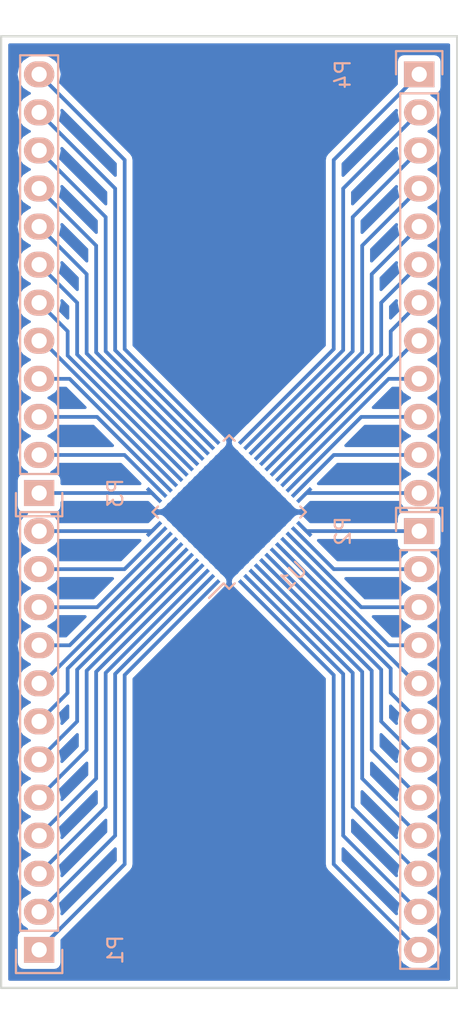
<source format=kicad_pcb>
(kicad_pcb (version 4) (host pcbnew 4.0.3-stable)

  (general
    (links 48)
    (no_connects 0)
    (area 139.624999 76.246666 170.255001 144.733333)
    (thickness 1.6)
    (drawings 4)
    (tracks 124)
    (zones 0)
    (modules 5)
    (nets 49)
  )

  (page A4)
  (layers
    (0 F.Cu signal)
    (31 B.Cu signal)
    (32 B.Adhes user)
    (33 F.Adhes user)
    (34 B.Paste user)
    (35 F.Paste user)
    (36 B.SilkS user)
    (37 F.SilkS user)
    (38 B.Mask user)
    (39 F.Mask user)
    (40 Dwgs.User user)
    (41 Cmts.User user)
    (42 Eco1.User user)
    (43 Eco2.User user)
    (44 Edge.Cuts user)
    (45 Margin user)
    (46 B.CrtYd user)
    (47 F.CrtYd user)
    (48 B.Fab user)
    (49 F.Fab user)
  )

  (setup
    (last_trace_width 0.25)
    (user_trace_width 0.3)
    (trace_clearance 0.2)
    (zone_clearance 0.4)
    (zone_45_only no)
    (trace_min 0.2)
    (segment_width 0.2)
    (edge_width 0.15)
    (via_size 0.6)
    (via_drill 0.4)
    (via_min_size 0.4)
    (via_min_drill 0.3)
    (uvia_size 0.3)
    (uvia_drill 0.1)
    (uvias_allowed no)
    (uvia_min_size 0.2)
    (uvia_min_drill 0.1)
    (pcb_text_width 0.3)
    (pcb_text_size 1.5 1.5)
    (mod_edge_width 0.15)
    (mod_text_size 1 1)
    (mod_text_width 0.15)
    (pad_size 1.524 1.524)
    (pad_drill 0.762)
    (pad_to_mask_clearance 0.2)
    (aux_axis_origin 0 0)
    (visible_elements 7FFFFFFF)
    (pcbplotparams
      (layerselection 0x01000_80000000)
      (usegerberextensions false)
      (excludeedgelayer true)
      (linewidth 0.100000)
      (plotframeref false)
      (viasonmask false)
      (mode 1)
      (useauxorigin false)
      (hpglpennumber 1)
      (hpglpenspeed 20)
      (hpglpendiameter 15)
      (hpglpenoverlay 2)
      (psnegative false)
      (psa4output false)
      (plotreference true)
      (plotvalue true)
      (plotinvisibletext false)
      (padsonsilk false)
      (subtractmaskfromsilk false)
      (outputformat 1)
      (mirror false)
      (drillshape 0)
      (scaleselection 1)
      (outputdirectory ""))
  )

  (net 0 "")
  (net 1 "Net-(P1-Pad1)")
  (net 2 "Net-(P1-Pad2)")
  (net 3 "Net-(P1-Pad3)")
  (net 4 "Net-(P1-Pad4)")
  (net 5 "Net-(P1-Pad5)")
  (net 6 "Net-(P1-Pad6)")
  (net 7 "Net-(P1-Pad7)")
  (net 8 "Net-(P1-Pad8)")
  (net 9 "Net-(P1-Pad9)")
  (net 10 "Net-(P1-Pad10)")
  (net 11 "Net-(P1-Pad11)")
  (net 12 "Net-(P1-Pad12)")
  (net 13 "Net-(P2-Pad1)")
  (net 14 "Net-(P2-Pad2)")
  (net 15 "Net-(P2-Pad3)")
  (net 16 "Net-(P2-Pad4)")
  (net 17 "Net-(P2-Pad5)")
  (net 18 "Net-(P2-Pad6)")
  (net 19 "Net-(P2-Pad7)")
  (net 20 "Net-(P2-Pad8)")
  (net 21 "Net-(P2-Pad9)")
  (net 22 "Net-(P2-Pad10)")
  (net 23 "Net-(P2-Pad11)")
  (net 24 "Net-(P2-Pad12)")
  (net 25 "Net-(P3-Pad1)")
  (net 26 "Net-(P3-Pad2)")
  (net 27 "Net-(P3-Pad3)")
  (net 28 "Net-(P3-Pad4)")
  (net 29 "Net-(P3-Pad5)")
  (net 30 "Net-(P3-Pad6)")
  (net 31 "Net-(P3-Pad7)")
  (net 32 "Net-(P3-Pad8)")
  (net 33 "Net-(P3-Pad9)")
  (net 34 "Net-(P3-Pad10)")
  (net 35 "Net-(P3-Pad11)")
  (net 36 "Net-(P3-Pad12)")
  (net 37 "Net-(P4-Pad1)")
  (net 38 "Net-(P4-Pad2)")
  (net 39 "Net-(P4-Pad3)")
  (net 40 "Net-(P4-Pad4)")
  (net 41 "Net-(P4-Pad5)")
  (net 42 "Net-(P4-Pad6)")
  (net 43 "Net-(P4-Pad7)")
  (net 44 "Net-(P4-Pad8)")
  (net 45 "Net-(P4-Pad9)")
  (net 46 "Net-(P4-Pad10)")
  (net 47 "Net-(P4-Pad11)")
  (net 48 "Net-(P4-Pad12)")

  (net_class Default "これは標準のネット クラスです。"
    (clearance 0.2)
    (trace_width 0.25)
    (via_dia 0.6)
    (via_drill 0.4)
    (uvia_dia 0.3)
    (uvia_drill 0.1)
    (add_net "Net-(P1-Pad1)")
    (add_net "Net-(P1-Pad10)")
    (add_net "Net-(P1-Pad11)")
    (add_net "Net-(P1-Pad12)")
    (add_net "Net-(P1-Pad2)")
    (add_net "Net-(P1-Pad3)")
    (add_net "Net-(P1-Pad4)")
    (add_net "Net-(P1-Pad5)")
    (add_net "Net-(P1-Pad6)")
    (add_net "Net-(P1-Pad7)")
    (add_net "Net-(P1-Pad8)")
    (add_net "Net-(P1-Pad9)")
    (add_net "Net-(P2-Pad1)")
    (add_net "Net-(P2-Pad10)")
    (add_net "Net-(P2-Pad11)")
    (add_net "Net-(P2-Pad12)")
    (add_net "Net-(P2-Pad2)")
    (add_net "Net-(P2-Pad3)")
    (add_net "Net-(P2-Pad4)")
    (add_net "Net-(P2-Pad5)")
    (add_net "Net-(P2-Pad6)")
    (add_net "Net-(P2-Pad7)")
    (add_net "Net-(P2-Pad8)")
    (add_net "Net-(P2-Pad9)")
    (add_net "Net-(P3-Pad1)")
    (add_net "Net-(P3-Pad10)")
    (add_net "Net-(P3-Pad11)")
    (add_net "Net-(P3-Pad12)")
    (add_net "Net-(P3-Pad2)")
    (add_net "Net-(P3-Pad3)")
    (add_net "Net-(P3-Pad4)")
    (add_net "Net-(P3-Pad5)")
    (add_net "Net-(P3-Pad6)")
    (add_net "Net-(P3-Pad7)")
    (add_net "Net-(P3-Pad8)")
    (add_net "Net-(P3-Pad9)")
    (add_net "Net-(P4-Pad1)")
    (add_net "Net-(P4-Pad10)")
    (add_net "Net-(P4-Pad11)")
    (add_net "Net-(P4-Pad12)")
    (add_net "Net-(P4-Pad2)")
    (add_net "Net-(P4-Pad3)")
    (add_net "Net-(P4-Pad4)")
    (add_net "Net-(P4-Pad5)")
    (add_net "Net-(P4-Pad6)")
    (add_net "Net-(P4-Pad7)")
    (add_net "Net-(P4-Pad8)")
    (add_net "Net-(P4-Pad9)")
  )

  (module Socket_Strips:Socket_Strip_Straight_1x12 (layer B.Cu) (tedit 0) (tstamp 575CDDAF)
    (at 142.24 139.7 90)
    (descr "Through hole socket strip")
    (tags "socket strip")
    (path /575C2E06)
    (fp_text reference P1 (at 0 5.1 90) (layer B.SilkS)
      (effects (font (size 1 1) (thickness 0.15)) (justify mirror))
    )
    (fp_text value CONN_01X12 (at 0 3.1 90) (layer B.Fab)
      (effects (font (size 1 1) (thickness 0.15)) (justify mirror))
    )
    (fp_line (start -1.75 1.75) (end -1.75 -1.75) (layer B.CrtYd) (width 0.05))
    (fp_line (start 29.7 1.75) (end 29.7 -1.75) (layer B.CrtYd) (width 0.05))
    (fp_line (start -1.75 1.75) (end 29.7 1.75) (layer B.CrtYd) (width 0.05))
    (fp_line (start -1.75 -1.75) (end 29.7 -1.75) (layer B.CrtYd) (width 0.05))
    (fp_line (start 1.27 -1.27) (end 29.21 -1.27) (layer B.SilkS) (width 0.15))
    (fp_line (start 29.21 -1.27) (end 29.21 1.27) (layer B.SilkS) (width 0.15))
    (fp_line (start 29.21 1.27) (end 1.27 1.27) (layer B.SilkS) (width 0.15))
    (fp_line (start -1.55 -1.55) (end 0 -1.55) (layer B.SilkS) (width 0.15))
    (fp_line (start 1.27 -1.27) (end 1.27 1.27) (layer B.SilkS) (width 0.15))
    (fp_line (start 0 1.55) (end -1.55 1.55) (layer B.SilkS) (width 0.15))
    (fp_line (start -1.55 1.55) (end -1.55 -1.55) (layer B.SilkS) (width 0.15))
    (pad 1 thru_hole rect (at 0 0 90) (size 1.7272 2.032) (drill 1.016) (layers *.Cu *.Mask B.SilkS)
      (net 1 "Net-(P1-Pad1)"))
    (pad 2 thru_hole oval (at 2.54 0 90) (size 1.7272 2.032) (drill 1.016) (layers *.Cu *.Mask B.SilkS)
      (net 2 "Net-(P1-Pad2)"))
    (pad 3 thru_hole oval (at 5.08 0 90) (size 1.7272 2.032) (drill 1.016) (layers *.Cu *.Mask B.SilkS)
      (net 3 "Net-(P1-Pad3)"))
    (pad 4 thru_hole oval (at 7.62 0 90) (size 1.7272 2.032) (drill 1.016) (layers *.Cu *.Mask B.SilkS)
      (net 4 "Net-(P1-Pad4)"))
    (pad 5 thru_hole oval (at 10.16 0 90) (size 1.7272 2.032) (drill 1.016) (layers *.Cu *.Mask B.SilkS)
      (net 5 "Net-(P1-Pad5)"))
    (pad 6 thru_hole oval (at 12.7 0 90) (size 1.7272 2.032) (drill 1.016) (layers *.Cu *.Mask B.SilkS)
      (net 6 "Net-(P1-Pad6)"))
    (pad 7 thru_hole oval (at 15.24 0 90) (size 1.7272 2.032) (drill 1.016) (layers *.Cu *.Mask B.SilkS)
      (net 7 "Net-(P1-Pad7)"))
    (pad 8 thru_hole oval (at 17.78 0 90) (size 1.7272 2.032) (drill 1.016) (layers *.Cu *.Mask B.SilkS)
      (net 8 "Net-(P1-Pad8)"))
    (pad 9 thru_hole oval (at 20.32 0 90) (size 1.7272 2.032) (drill 1.016) (layers *.Cu *.Mask B.SilkS)
      (net 9 "Net-(P1-Pad9)"))
    (pad 10 thru_hole oval (at 22.86 0 90) (size 1.7272 2.032) (drill 1.016) (layers *.Cu *.Mask B.SilkS)
      (net 10 "Net-(P1-Pad10)"))
    (pad 11 thru_hole oval (at 25.4 0 90) (size 1.7272 2.032) (drill 1.016) (layers *.Cu *.Mask B.SilkS)
      (net 11 "Net-(P1-Pad11)"))
    (pad 12 thru_hole oval (at 27.94 0 90) (size 1.7272 2.032) (drill 1.016) (layers *.Cu *.Mask B.SilkS)
      (net 12 "Net-(P1-Pad12)"))
    (model Socket_Strips.3dshapes/Socket_Strip_Straight_1x12.wrl
      (at (xyz 0.55 0 0))
      (scale (xyz 1 1 1))
      (rotate (xyz 0 0 180))
    )
  )

  (module Socket_Strips:Socket_Strip_Straight_1x12 (layer B.Cu) (tedit 0) (tstamp 575CDDBF)
    (at 167.64 111.76 270)
    (descr "Through hole socket strip")
    (tags "socket strip")
    (path /575C2F60)
    (fp_text reference P2 (at 0 5.1 270) (layer B.SilkS)
      (effects (font (size 1 1) (thickness 0.15)) (justify mirror))
    )
    (fp_text value CONN_01X12 (at 0 3.1 270) (layer B.Fab)
      (effects (font (size 1 1) (thickness 0.15)) (justify mirror))
    )
    (fp_line (start -1.75 1.75) (end -1.75 -1.75) (layer B.CrtYd) (width 0.05))
    (fp_line (start 29.7 1.75) (end 29.7 -1.75) (layer B.CrtYd) (width 0.05))
    (fp_line (start -1.75 1.75) (end 29.7 1.75) (layer B.CrtYd) (width 0.05))
    (fp_line (start -1.75 -1.75) (end 29.7 -1.75) (layer B.CrtYd) (width 0.05))
    (fp_line (start 1.27 -1.27) (end 29.21 -1.27) (layer B.SilkS) (width 0.15))
    (fp_line (start 29.21 -1.27) (end 29.21 1.27) (layer B.SilkS) (width 0.15))
    (fp_line (start 29.21 1.27) (end 1.27 1.27) (layer B.SilkS) (width 0.15))
    (fp_line (start -1.55 -1.55) (end 0 -1.55) (layer B.SilkS) (width 0.15))
    (fp_line (start 1.27 -1.27) (end 1.27 1.27) (layer B.SilkS) (width 0.15))
    (fp_line (start 0 1.55) (end -1.55 1.55) (layer B.SilkS) (width 0.15))
    (fp_line (start -1.55 1.55) (end -1.55 -1.55) (layer B.SilkS) (width 0.15))
    (pad 1 thru_hole rect (at 0 0 270) (size 1.7272 2.032) (drill 1.016) (layers *.Cu *.Mask B.SilkS)
      (net 13 "Net-(P2-Pad1)"))
    (pad 2 thru_hole oval (at 2.54 0 270) (size 1.7272 2.032) (drill 1.016) (layers *.Cu *.Mask B.SilkS)
      (net 14 "Net-(P2-Pad2)"))
    (pad 3 thru_hole oval (at 5.08 0 270) (size 1.7272 2.032) (drill 1.016) (layers *.Cu *.Mask B.SilkS)
      (net 15 "Net-(P2-Pad3)"))
    (pad 4 thru_hole oval (at 7.62 0 270) (size 1.7272 2.032) (drill 1.016) (layers *.Cu *.Mask B.SilkS)
      (net 16 "Net-(P2-Pad4)"))
    (pad 5 thru_hole oval (at 10.16 0 270) (size 1.7272 2.032) (drill 1.016) (layers *.Cu *.Mask B.SilkS)
      (net 17 "Net-(P2-Pad5)"))
    (pad 6 thru_hole oval (at 12.7 0 270) (size 1.7272 2.032) (drill 1.016) (layers *.Cu *.Mask B.SilkS)
      (net 18 "Net-(P2-Pad6)"))
    (pad 7 thru_hole oval (at 15.24 0 270) (size 1.7272 2.032) (drill 1.016) (layers *.Cu *.Mask B.SilkS)
      (net 19 "Net-(P2-Pad7)"))
    (pad 8 thru_hole oval (at 17.78 0 270) (size 1.7272 2.032) (drill 1.016) (layers *.Cu *.Mask B.SilkS)
      (net 20 "Net-(P2-Pad8)"))
    (pad 9 thru_hole oval (at 20.32 0 270) (size 1.7272 2.032) (drill 1.016) (layers *.Cu *.Mask B.SilkS)
      (net 21 "Net-(P2-Pad9)"))
    (pad 10 thru_hole oval (at 22.86 0 270) (size 1.7272 2.032) (drill 1.016) (layers *.Cu *.Mask B.SilkS)
      (net 22 "Net-(P2-Pad10)"))
    (pad 11 thru_hole oval (at 25.4 0 270) (size 1.7272 2.032) (drill 1.016) (layers *.Cu *.Mask B.SilkS)
      (net 23 "Net-(P2-Pad11)"))
    (pad 12 thru_hole oval (at 27.94 0 270) (size 1.7272 2.032) (drill 1.016) (layers *.Cu *.Mask B.SilkS)
      (net 24 "Net-(P2-Pad12)"))
    (model Socket_Strips.3dshapes/Socket_Strip_Straight_1x12.wrl
      (at (xyz 0.55 0 0))
      (scale (xyz 1 1 1))
      (rotate (xyz 0 0 180))
    )
  )

  (module Socket_Strips:Socket_Strip_Straight_1x12 (layer B.Cu) (tedit 0) (tstamp 575CDDCF)
    (at 142.24 109.22 90)
    (descr "Through hole socket strip")
    (tags "socket strip")
    (path /575C2E74)
    (fp_text reference P3 (at 0 5.1 90) (layer B.SilkS)
      (effects (font (size 1 1) (thickness 0.15)) (justify mirror))
    )
    (fp_text value CONN_01X12 (at 0 3.1 90) (layer B.Fab)
      (effects (font (size 1 1) (thickness 0.15)) (justify mirror))
    )
    (fp_line (start -1.75 1.75) (end -1.75 -1.75) (layer B.CrtYd) (width 0.05))
    (fp_line (start 29.7 1.75) (end 29.7 -1.75) (layer B.CrtYd) (width 0.05))
    (fp_line (start -1.75 1.75) (end 29.7 1.75) (layer B.CrtYd) (width 0.05))
    (fp_line (start -1.75 -1.75) (end 29.7 -1.75) (layer B.CrtYd) (width 0.05))
    (fp_line (start 1.27 -1.27) (end 29.21 -1.27) (layer B.SilkS) (width 0.15))
    (fp_line (start 29.21 -1.27) (end 29.21 1.27) (layer B.SilkS) (width 0.15))
    (fp_line (start 29.21 1.27) (end 1.27 1.27) (layer B.SilkS) (width 0.15))
    (fp_line (start -1.55 -1.55) (end 0 -1.55) (layer B.SilkS) (width 0.15))
    (fp_line (start 1.27 -1.27) (end 1.27 1.27) (layer B.SilkS) (width 0.15))
    (fp_line (start 0 1.55) (end -1.55 1.55) (layer B.SilkS) (width 0.15))
    (fp_line (start -1.55 1.55) (end -1.55 -1.55) (layer B.SilkS) (width 0.15))
    (pad 1 thru_hole rect (at 0 0 90) (size 1.7272 2.032) (drill 1.016) (layers *.Cu *.Mask B.SilkS)
      (net 25 "Net-(P3-Pad1)"))
    (pad 2 thru_hole oval (at 2.54 0 90) (size 1.7272 2.032) (drill 1.016) (layers *.Cu *.Mask B.SilkS)
      (net 26 "Net-(P3-Pad2)"))
    (pad 3 thru_hole oval (at 5.08 0 90) (size 1.7272 2.032) (drill 1.016) (layers *.Cu *.Mask B.SilkS)
      (net 27 "Net-(P3-Pad3)"))
    (pad 4 thru_hole oval (at 7.62 0 90) (size 1.7272 2.032) (drill 1.016) (layers *.Cu *.Mask B.SilkS)
      (net 28 "Net-(P3-Pad4)"))
    (pad 5 thru_hole oval (at 10.16 0 90) (size 1.7272 2.032) (drill 1.016) (layers *.Cu *.Mask B.SilkS)
      (net 29 "Net-(P3-Pad5)"))
    (pad 6 thru_hole oval (at 12.7 0 90) (size 1.7272 2.032) (drill 1.016) (layers *.Cu *.Mask B.SilkS)
      (net 30 "Net-(P3-Pad6)"))
    (pad 7 thru_hole oval (at 15.24 0 90) (size 1.7272 2.032) (drill 1.016) (layers *.Cu *.Mask B.SilkS)
      (net 31 "Net-(P3-Pad7)"))
    (pad 8 thru_hole oval (at 17.78 0 90) (size 1.7272 2.032) (drill 1.016) (layers *.Cu *.Mask B.SilkS)
      (net 32 "Net-(P3-Pad8)"))
    (pad 9 thru_hole oval (at 20.32 0 90) (size 1.7272 2.032) (drill 1.016) (layers *.Cu *.Mask B.SilkS)
      (net 33 "Net-(P3-Pad9)"))
    (pad 10 thru_hole oval (at 22.86 0 90) (size 1.7272 2.032) (drill 1.016) (layers *.Cu *.Mask B.SilkS)
      (net 34 "Net-(P3-Pad10)"))
    (pad 11 thru_hole oval (at 25.4 0 90) (size 1.7272 2.032) (drill 1.016) (layers *.Cu *.Mask B.SilkS)
      (net 35 "Net-(P3-Pad11)"))
    (pad 12 thru_hole oval (at 27.94 0 90) (size 1.7272 2.032) (drill 1.016) (layers *.Cu *.Mask B.SilkS)
      (net 36 "Net-(P3-Pad12)"))
    (model Socket_Strips.3dshapes/Socket_Strip_Straight_1x12.wrl
      (at (xyz 0.55 0 0))
      (scale (xyz 1 1 1))
      (rotate (xyz 0 0 180))
    )
  )

  (module Socket_Strips:Socket_Strip_Straight_1x12 (layer B.Cu) (tedit 0) (tstamp 575CDDDF)
    (at 167.64 81.28 270)
    (descr "Through hole socket strip")
    (tags "socket strip")
    (path /575C2F02)
    (fp_text reference P4 (at 0 5.1 270) (layer B.SilkS)
      (effects (font (size 1 1) (thickness 0.15)) (justify mirror))
    )
    (fp_text value CONN_01X12 (at 0 3.1 270) (layer B.Fab)
      (effects (font (size 1 1) (thickness 0.15)) (justify mirror))
    )
    (fp_line (start -1.75 1.75) (end -1.75 -1.75) (layer B.CrtYd) (width 0.05))
    (fp_line (start 29.7 1.75) (end 29.7 -1.75) (layer B.CrtYd) (width 0.05))
    (fp_line (start -1.75 1.75) (end 29.7 1.75) (layer B.CrtYd) (width 0.05))
    (fp_line (start -1.75 -1.75) (end 29.7 -1.75) (layer B.CrtYd) (width 0.05))
    (fp_line (start 1.27 -1.27) (end 29.21 -1.27) (layer B.SilkS) (width 0.15))
    (fp_line (start 29.21 -1.27) (end 29.21 1.27) (layer B.SilkS) (width 0.15))
    (fp_line (start 29.21 1.27) (end 1.27 1.27) (layer B.SilkS) (width 0.15))
    (fp_line (start -1.55 -1.55) (end 0 -1.55) (layer B.SilkS) (width 0.15))
    (fp_line (start 1.27 -1.27) (end 1.27 1.27) (layer B.SilkS) (width 0.15))
    (fp_line (start 0 1.55) (end -1.55 1.55) (layer B.SilkS) (width 0.15))
    (fp_line (start -1.55 1.55) (end -1.55 -1.55) (layer B.SilkS) (width 0.15))
    (pad 1 thru_hole rect (at 0 0 270) (size 1.7272 2.032) (drill 1.016) (layers *.Cu *.Mask B.SilkS)
      (net 37 "Net-(P4-Pad1)"))
    (pad 2 thru_hole oval (at 2.54 0 270) (size 1.7272 2.032) (drill 1.016) (layers *.Cu *.Mask B.SilkS)
      (net 38 "Net-(P4-Pad2)"))
    (pad 3 thru_hole oval (at 5.08 0 270) (size 1.7272 2.032) (drill 1.016) (layers *.Cu *.Mask B.SilkS)
      (net 39 "Net-(P4-Pad3)"))
    (pad 4 thru_hole oval (at 7.62 0 270) (size 1.7272 2.032) (drill 1.016) (layers *.Cu *.Mask B.SilkS)
      (net 40 "Net-(P4-Pad4)"))
    (pad 5 thru_hole oval (at 10.16 0 270) (size 1.7272 2.032) (drill 1.016) (layers *.Cu *.Mask B.SilkS)
      (net 41 "Net-(P4-Pad5)"))
    (pad 6 thru_hole oval (at 12.7 0 270) (size 1.7272 2.032) (drill 1.016) (layers *.Cu *.Mask B.SilkS)
      (net 42 "Net-(P4-Pad6)"))
    (pad 7 thru_hole oval (at 15.24 0 270) (size 1.7272 2.032) (drill 1.016) (layers *.Cu *.Mask B.SilkS)
      (net 43 "Net-(P4-Pad7)"))
    (pad 8 thru_hole oval (at 17.78 0 270) (size 1.7272 2.032) (drill 1.016) (layers *.Cu *.Mask B.SilkS)
      (net 44 "Net-(P4-Pad8)"))
    (pad 9 thru_hole oval (at 20.32 0 270) (size 1.7272 2.032) (drill 1.016) (layers *.Cu *.Mask B.SilkS)
      (net 45 "Net-(P4-Pad9)"))
    (pad 10 thru_hole oval (at 22.86 0 270) (size 1.7272 2.032) (drill 1.016) (layers *.Cu *.Mask B.SilkS)
      (net 46 "Net-(P4-Pad10)"))
    (pad 11 thru_hole oval (at 25.4 0 270) (size 1.7272 2.032) (drill 1.016) (layers *.Cu *.Mask B.SilkS)
      (net 47 "Net-(P4-Pad11)"))
    (pad 12 thru_hole oval (at 27.94 0 270) (size 1.7272 2.032) (drill 1.016) (layers *.Cu *.Mask B.SilkS)
      (net 48 "Net-(P4-Pad12)"))
    (model Socket_Strips.3dshapes/Socket_Strip_Straight_1x12.wrl
      (at (xyz 0.55 0 0))
      (scale (xyz 1 1 1))
      (rotate (xyz 0 0 180))
    )
  )

  (module Housings_QFP:TQFP-48_7x7mm_Pitch0.5mm (layer B.Cu) (tedit 54130A77) (tstamp 575CDE13)
    (at 154.94 110.49 45)
    (descr "48 LEAD TQFP 7x7mm (see MICREL TQFP7x7-48LD-PL-1.pdf)")
    (tags "QFP 0.5")
    (path /575C29C6)
    (attr smd)
    (fp_text reference U1 (at 0 6 45) (layer B.SilkS)
      (effects (font (size 1 1) (thickness 0.15)) (justify mirror))
    )
    (fp_text value STM32F103_48 (at 0 -6 45) (layer B.Fab)
      (effects (font (size 1 1) (thickness 0.15)) (justify mirror))
    )
    (fp_line (start -5.25 5.25) (end -5.25 -5.25) (layer B.CrtYd) (width 0.05))
    (fp_line (start 5.25 5.25) (end 5.25 -5.25) (layer B.CrtYd) (width 0.05))
    (fp_line (start -5.25 5.25) (end 5.25 5.25) (layer B.CrtYd) (width 0.05))
    (fp_line (start -5.25 -5.25) (end 5.25 -5.25) (layer B.CrtYd) (width 0.05))
    (fp_line (start -3.625 3.625) (end -3.625 3.1) (layer B.SilkS) (width 0.15))
    (fp_line (start 3.625 3.625) (end 3.625 3.1) (layer B.SilkS) (width 0.15))
    (fp_line (start 3.625 -3.625) (end 3.625 -3.1) (layer B.SilkS) (width 0.15))
    (fp_line (start -3.625 -3.625) (end -3.625 -3.1) (layer B.SilkS) (width 0.15))
    (fp_line (start -3.625 3.625) (end -3.1 3.625) (layer B.SilkS) (width 0.15))
    (fp_line (start -3.625 -3.625) (end -3.1 -3.625) (layer B.SilkS) (width 0.15))
    (fp_line (start 3.625 -3.625) (end 3.1 -3.625) (layer B.SilkS) (width 0.15))
    (fp_line (start 3.625 3.625) (end 3.1 3.625) (layer B.SilkS) (width 0.15))
    (fp_line (start -3.625 3.1) (end -5 3.1) (layer B.SilkS) (width 0.15))
    (pad 1 smd rect (at -4.35 2.75 45) (size 1.3 0.25) (layers B.Cu B.Paste B.Mask)
      (net 1 "Net-(P1-Pad1)"))
    (pad 2 smd rect (at -4.35 2.25 45) (size 1.3 0.25) (layers B.Cu B.Paste B.Mask)
      (net 2 "Net-(P1-Pad2)"))
    (pad 3 smd rect (at -4.35 1.75 45) (size 1.3 0.25) (layers B.Cu B.Paste B.Mask)
      (net 3 "Net-(P1-Pad3)"))
    (pad 4 smd rect (at -4.35 1.25 45) (size 1.3 0.25) (layers B.Cu B.Paste B.Mask)
      (net 4 "Net-(P1-Pad4)"))
    (pad 5 smd rect (at -4.35 0.75 45) (size 1.3 0.25) (layers B.Cu B.Paste B.Mask)
      (net 5 "Net-(P1-Pad5)"))
    (pad 6 smd rect (at -4.35 0.25 45) (size 1.3 0.25) (layers B.Cu B.Paste B.Mask)
      (net 6 "Net-(P1-Pad6)"))
    (pad 7 smd rect (at -4.35 -0.25 45) (size 1.3 0.25) (layers B.Cu B.Paste B.Mask)
      (net 7 "Net-(P1-Pad7)"))
    (pad 8 smd rect (at -4.35 -0.75 45) (size 1.3 0.25) (layers B.Cu B.Paste B.Mask)
      (net 8 "Net-(P1-Pad8)"))
    (pad 9 smd rect (at -4.35 -1.25 45) (size 1.3 0.25) (layers B.Cu B.Paste B.Mask)
      (net 9 "Net-(P1-Pad9)"))
    (pad 10 smd rect (at -4.35 -1.75 45) (size 1.3 0.25) (layers B.Cu B.Paste B.Mask)
      (net 10 "Net-(P1-Pad10)"))
    (pad 11 smd rect (at -4.35 -2.25 45) (size 1.3 0.25) (layers B.Cu B.Paste B.Mask)
      (net 11 "Net-(P1-Pad11)"))
    (pad 12 smd rect (at -4.35 -2.75 45) (size 1.3 0.25) (layers B.Cu B.Paste B.Mask)
      (net 12 "Net-(P1-Pad12)"))
    (pad 13 smd rect (at -2.75 -4.35 315) (size 1.3 0.25) (layers B.Cu B.Paste B.Mask)
      (net 25 "Net-(P3-Pad1)"))
    (pad 14 smd rect (at -2.25 -4.35 315) (size 1.3 0.25) (layers B.Cu B.Paste B.Mask)
      (net 26 "Net-(P3-Pad2)"))
    (pad 15 smd rect (at -1.75 -4.35 315) (size 1.3 0.25) (layers B.Cu B.Paste B.Mask)
      (net 27 "Net-(P3-Pad3)"))
    (pad 16 smd rect (at -1.25 -4.35 315) (size 1.3 0.25) (layers B.Cu B.Paste B.Mask)
      (net 28 "Net-(P3-Pad4)"))
    (pad 17 smd rect (at -0.75 -4.35 315) (size 1.3 0.25) (layers B.Cu B.Paste B.Mask)
      (net 29 "Net-(P3-Pad5)"))
    (pad 18 smd rect (at -0.25 -4.35 315) (size 1.3 0.25) (layers B.Cu B.Paste B.Mask)
      (net 30 "Net-(P3-Pad6)"))
    (pad 19 smd rect (at 0.25 -4.35 315) (size 1.3 0.25) (layers B.Cu B.Paste B.Mask)
      (net 31 "Net-(P3-Pad7)"))
    (pad 20 smd rect (at 0.75 -4.35 315) (size 1.3 0.25) (layers B.Cu B.Paste B.Mask)
      (net 32 "Net-(P3-Pad8)"))
    (pad 21 smd rect (at 1.25 -4.35 315) (size 1.3 0.25) (layers B.Cu B.Paste B.Mask)
      (net 33 "Net-(P3-Pad9)"))
    (pad 22 smd rect (at 1.75 -4.35 315) (size 1.3 0.25) (layers B.Cu B.Paste B.Mask)
      (net 34 "Net-(P3-Pad10)"))
    (pad 23 smd rect (at 2.25 -4.35 315) (size 1.3 0.25) (layers B.Cu B.Paste B.Mask)
      (net 35 "Net-(P3-Pad11)"))
    (pad 24 smd rect (at 2.75 -4.35 315) (size 1.3 0.25) (layers B.Cu B.Paste B.Mask)
      (net 36 "Net-(P3-Pad12)"))
    (pad 25 smd rect (at 4.35 -2.75 45) (size 1.3 0.25) (layers B.Cu B.Paste B.Mask)
      (net 37 "Net-(P4-Pad1)"))
    (pad 26 smd rect (at 4.35 -2.25 45) (size 1.3 0.25) (layers B.Cu B.Paste B.Mask)
      (net 38 "Net-(P4-Pad2)"))
    (pad 27 smd rect (at 4.35 -1.75 45) (size 1.3 0.25) (layers B.Cu B.Paste B.Mask)
      (net 39 "Net-(P4-Pad3)"))
    (pad 28 smd rect (at 4.35 -1.25 45) (size 1.3 0.25) (layers B.Cu B.Paste B.Mask)
      (net 40 "Net-(P4-Pad4)"))
    (pad 29 smd rect (at 4.35 -0.75 45) (size 1.3 0.25) (layers B.Cu B.Paste B.Mask)
      (net 41 "Net-(P4-Pad5)"))
    (pad 30 smd rect (at 4.35 -0.25 45) (size 1.3 0.25) (layers B.Cu B.Paste B.Mask)
      (net 42 "Net-(P4-Pad6)"))
    (pad 31 smd rect (at 4.35 0.25 45) (size 1.3 0.25) (layers B.Cu B.Paste B.Mask)
      (net 43 "Net-(P4-Pad7)"))
    (pad 32 smd rect (at 4.35 0.75 45) (size 1.3 0.25) (layers B.Cu B.Paste B.Mask)
      (net 44 "Net-(P4-Pad8)"))
    (pad 33 smd rect (at 4.35 1.25 45) (size 1.3 0.25) (layers B.Cu B.Paste B.Mask)
      (net 45 "Net-(P4-Pad9)"))
    (pad 34 smd rect (at 4.35 1.75 45) (size 1.3 0.25) (layers B.Cu B.Paste B.Mask)
      (net 46 "Net-(P4-Pad10)"))
    (pad 35 smd rect (at 4.35 2.25 45) (size 1.3 0.25) (layers B.Cu B.Paste B.Mask)
      (net 47 "Net-(P4-Pad11)"))
    (pad 36 smd rect (at 4.35 2.75 45) (size 1.3 0.25) (layers B.Cu B.Paste B.Mask)
      (net 48 "Net-(P4-Pad12)"))
    (pad 37 smd rect (at 2.75 4.35 315) (size 1.3 0.25) (layers B.Cu B.Paste B.Mask)
      (net 13 "Net-(P2-Pad1)"))
    (pad 38 smd rect (at 2.25 4.35 315) (size 1.3 0.25) (layers B.Cu B.Paste B.Mask)
      (net 14 "Net-(P2-Pad2)"))
    (pad 39 smd rect (at 1.75 4.35 315) (size 1.3 0.25) (layers B.Cu B.Paste B.Mask)
      (net 15 "Net-(P2-Pad3)"))
    (pad 40 smd rect (at 1.25 4.35 315) (size 1.3 0.25) (layers B.Cu B.Paste B.Mask)
      (net 16 "Net-(P2-Pad4)"))
    (pad 41 smd rect (at 0.75 4.35 315) (size 1.3 0.25) (layers B.Cu B.Paste B.Mask)
      (net 17 "Net-(P2-Pad5)"))
    (pad 42 smd rect (at 0.25 4.35 315) (size 1.3 0.25) (layers B.Cu B.Paste B.Mask)
      (net 18 "Net-(P2-Pad6)"))
    (pad 43 smd rect (at -0.25 4.35 315) (size 1.3 0.25) (layers B.Cu B.Paste B.Mask)
      (net 19 "Net-(P2-Pad7)"))
    (pad 44 smd rect (at -0.75 4.35 315) (size 1.3 0.25) (layers B.Cu B.Paste B.Mask)
      (net 20 "Net-(P2-Pad8)"))
    (pad 45 smd rect (at -1.25 4.35 315) (size 1.3 0.25) (layers B.Cu B.Paste B.Mask)
      (net 21 "Net-(P2-Pad9)"))
    (pad 46 smd rect (at -1.75 4.35 315) (size 1.3 0.25) (layers B.Cu B.Paste B.Mask)
      (net 22 "Net-(P2-Pad10)"))
    (pad 47 smd rect (at -2.25 4.35 315) (size 1.3 0.25) (layers B.Cu B.Paste B.Mask)
      (net 23 "Net-(P2-Pad11)"))
    (pad 48 smd rect (at -2.75 4.35 315) (size 1.3 0.25) (layers B.Cu B.Paste B.Mask)
      (net 24 "Net-(P2-Pad12)"))
    (model Housings_QFP.3dshapes/TQFP-48_7x7mm_Pitch0.5mm.wrl
      (at (xyz 0 0 0))
      (scale (xyz 1 1 1))
      (rotate (xyz 0 0 0))
    )
  )

  (gr_line (start 170.18 142.24) (end 170.18 78.74) (angle 90) (layer Edge.Cuts) (width 0.15))
  (gr_line (start 139.7 142.24) (end 170.18 142.24) (angle 90) (layer Edge.Cuts) (width 0.15))
  (gr_line (start 139.7 78.74) (end 139.7 142.24) (angle 90) (layer Edge.Cuts) (width 0.15))
  (gr_line (start 170.18 78.74) (end 139.7 78.74) (angle 90) (layer Edge.Cuts) (width 0.15))

  (segment (start 153.808629 115.510458) (end 147.955 121.364087) (width 0.25) (layer B.Cu) (net 1))
  (segment (start 147.955 133.985) (end 142.24 139.7) (width 0.25) (layer B.Cu) (net 1) (tstamp 575CE1D9))
  (segment (start 147.955 121.364087) (end 147.955 133.985) (width 0.25) (layer B.Cu) (net 1) (tstamp 575CE1D7))
  (segment (start 153.455076 115.156905) (end 147.32 121.291981) (width 0.25) (layer B.Cu) (net 2))
  (segment (start 147.32 132.08) (end 142.24 137.16) (width 0.25) (layer B.Cu) (net 2) (tstamp 575CE1D3))
  (segment (start 147.32 121.291981) (end 147.32 132.08) (width 0.25) (layer B.Cu) (net 2) (tstamp 575CE1D1))
  (segment (start 153.101522 114.803351) (end 146.685 121.219873) (width 0.25) (layer B.Cu) (net 3))
  (segment (start 146.685 130.175) (end 142.24 134.62) (width 0.25) (layer B.Cu) (net 3) (tstamp 575CE1CC))
  (segment (start 146.685 121.219873) (end 146.685 130.175) (width 0.25) (layer B.Cu) (net 3) (tstamp 575CE1CA))
  (segment (start 152.747969 114.449798) (end 146.05 121.147767) (width 0.25) (layer B.Cu) (net 4))
  (segment (start 146.05 128.27) (end 142.24 132.08) (width 0.25) (layer B.Cu) (net 4) (tstamp 575CE1C6))
  (segment (start 146.05 121.147767) (end 146.05 128.27) (width 0.25) (layer B.Cu) (net 4) (tstamp 575CE1C4))
  (segment (start 152.394416 114.096245) (end 145.415 121.075661) (width 0.25) (layer B.Cu) (net 5))
  (segment (start 145.415 126.365) (end 142.24 129.54) (width 0.25) (layer B.Cu) (net 5) (tstamp 575CE1C0))
  (segment (start 145.415 121.075661) (end 145.415 126.365) (width 0.25) (layer B.Cu) (net 5) (tstamp 575CE1BE))
  (segment (start 152.040862 113.742691) (end 144.78 121.003553) (width 0.25) (layer B.Cu) (net 6))
  (segment (start 144.78 124.46) (end 142.24 127) (width 0.25) (layer B.Cu) (net 6) (tstamp 575CE1BA))
  (segment (start 144.78 121.003553) (end 144.78 124.46) (width 0.25) (layer B.Cu) (net 6) (tstamp 575CE1B8))
  (segment (start 151.687309 113.389138) (end 144.145 120.931447) (width 0.25) (layer B.Cu) (net 7))
  (segment (start 144.145 122.555) (end 142.24 124.46) (width 0.25) (layer B.Cu) (net 7) (tstamp 575CE1B4))
  (segment (start 144.145 120.931447) (end 144.145 122.555) (width 0.25) (layer B.Cu) (net 7) (tstamp 575CE1B2))
  (segment (start 151.333755 113.035584) (end 142.449339 121.92) (width 0.25) (layer B.Cu) (net 8))
  (segment (start 142.449339 121.92) (end 142.24 121.92) (width 0.25) (layer B.Cu) (net 8) (tstamp 575CE1AE))
  (segment (start 150.980202 112.682031) (end 144.282233 119.38) (width 0.25) (layer B.Cu) (net 9))
  (segment (start 144.282233 119.38) (end 142.24 119.38) (width 0.25) (layer B.Cu) (net 9) (tstamp 575CE1AA))
  (segment (start 150.626649 112.328478) (end 146.115127 116.84) (width 0.25) (layer B.Cu) (net 10))
  (segment (start 146.115127 116.84) (end 142.24 116.84) (width 0.25) (layer B.Cu) (net 10) (tstamp 575CE1A6))
  (segment (start 150.273095 111.974924) (end 147.948019 114.3) (width 0.25) (layer B.Cu) (net 11))
  (segment (start 147.948019 114.3) (end 142.24 114.3) (width 0.25) (layer B.Cu) (net 11) (tstamp 575CE1A2))
  (segment (start 149.919542 111.621371) (end 149.780913 111.76) (width 0.25) (layer B.Cu) (net 12))
  (segment (start 149.780913 111.76) (end 142.24 111.76) (width 0.25) (layer B.Cu) (net 12) (tstamp 575CE19F))
  (segment (start 159.960458 111.621371) (end 160.099087 111.76) (width 0.25) (layer B.Cu) (net 13))
  (segment (start 160.099087 111.76) (end 167.64 111.76) (width 0.25) (layer B.Cu) (net 13) (tstamp 575CE161))
  (segment (start 159.606905 111.974924) (end 161.931981 114.3) (width 0.25) (layer B.Cu) (net 14))
  (segment (start 161.931981 114.3) (end 167.64 114.3) (width 0.25) (layer B.Cu) (net 14) (tstamp 575CE164))
  (segment (start 159.253351 112.328478) (end 163.764873 116.84) (width 0.25) (layer B.Cu) (net 15))
  (segment (start 163.764873 116.84) (end 167.64 116.84) (width 0.25) (layer B.Cu) (net 15) (tstamp 575CE168))
  (segment (start 158.899798 112.682031) (end 165.597767 119.38) (width 0.25) (layer B.Cu) (net 16))
  (segment (start 165.597767 119.38) (end 167.64 119.38) (width 0.25) (layer B.Cu) (net 16) (tstamp 575CE16D))
  (segment (start 158.546245 113.035584) (end 167.430661 121.92) (width 0.25) (layer B.Cu) (net 17))
  (segment (start 167.430661 121.92) (end 167.64 121.92) (width 0.25) (layer B.Cu) (net 17) (tstamp 575CE171))
  (segment (start 158.192691 113.389138) (end 165.735 120.931447) (width 0.25) (layer B.Cu) (net 18))
  (segment (start 165.735 122.555) (end 167.64 124.46) (width 0.25) (layer B.Cu) (net 18) (tstamp 575CE176))
  (segment (start 165.735 120.931447) (end 165.735 122.555) (width 0.25) (layer B.Cu) (net 18) (tstamp 575CE174))
  (segment (start 157.839138 113.742691) (end 165.1 121.003553) (width 0.25) (layer B.Cu) (net 19))
  (segment (start 165.1 124.46) (end 167.64 127) (width 0.25) (layer B.Cu) (net 19) (tstamp 575CE17C))
  (segment (start 165.1 121.003553) (end 165.1 124.46) (width 0.25) (layer B.Cu) (net 19) (tstamp 575CE17A))
  (segment (start 157.485584 114.096245) (end 164.465 121.075661) (width 0.25) (layer B.Cu) (net 20))
  (segment (start 164.465 126.365) (end 167.64 129.54) (width 0.25) (layer B.Cu) (net 20) (tstamp 575CE182))
  (segment (start 164.465 121.075661) (end 164.465 126.365) (width 0.25) (layer B.Cu) (net 20) (tstamp 575CE180))
  (segment (start 157.132031 114.449798) (end 163.83 121.147767) (width 0.25) (layer B.Cu) (net 21))
  (segment (start 163.83 128.27) (end 167.64 132.08) (width 0.25) (layer B.Cu) (net 21) (tstamp 575CE188))
  (segment (start 163.83 121.147767) (end 163.83 128.27) (width 0.25) (layer B.Cu) (net 21) (tstamp 575CE186))
  (segment (start 156.778478 114.803351) (end 163.195 121.219873) (width 0.25) (layer B.Cu) (net 22))
  (segment (start 163.195 130.175) (end 167.64 134.62) (width 0.25) (layer B.Cu) (net 22) (tstamp 575CE18E))
  (segment (start 163.195 121.219873) (end 163.195 130.175) (width 0.25) (layer B.Cu) (net 22) (tstamp 575CE18C))
  (segment (start 156.424924 115.156905) (end 162.56 121.291981) (width 0.25) (layer B.Cu) (net 23))
  (segment (start 162.56 132.08) (end 167.64 137.16) (width 0.25) (layer B.Cu) (net 23) (tstamp 575CE195))
  (segment (start 162.56 121.291981) (end 162.56 132.08) (width 0.25) (layer B.Cu) (net 23) (tstamp 575CE193))
  (segment (start 156.071371 115.510458) (end 161.925 121.364087) (width 0.25) (layer B.Cu) (net 24))
  (segment (start 161.925 133.985) (end 167.64 139.7) (width 0.25) (layer B.Cu) (net 24) (tstamp 575CE19B))
  (segment (start 161.925 121.364087) (end 161.925 133.985) (width 0.25) (layer B.Cu) (net 24) (tstamp 575CE199))
  (segment (start 142.24 109.22) (end 149.780913 109.22) (width 0.25) (layer B.Cu) (net 25))
  (segment (start 149.780913 109.22) (end 149.919542 109.358629) (width 0.25) (layer B.Cu) (net 25) (tstamp 575CE125))
  (segment (start 150.273095 109.005076) (end 147.948019 106.68) (width 0.25) (layer B.Cu) (net 26))
  (segment (start 147.948019 106.68) (end 142.24 106.68) (width 0.25) (layer B.Cu) (net 26) (tstamp 575CE128))
  (segment (start 150.626649 108.651522) (end 146.115127 104.14) (width 0.25) (layer B.Cu) (net 27))
  (segment (start 146.115127 104.14) (end 142.24 104.14) (width 0.25) (layer B.Cu) (net 27) (tstamp 575CE12C))
  (segment (start 150.980202 108.297969) (end 144.282233 101.6) (width 0.25) (layer B.Cu) (net 28))
  (segment (start 144.282233 101.6) (end 142.24 101.6) (width 0.25) (layer B.Cu) (net 28) (tstamp 575CE130))
  (segment (start 151.333755 107.944416) (end 142.449339 99.06) (width 0.25) (layer B.Cu) (net 29))
  (segment (start 142.449339 99.06) (end 142.24 99.06) (width 0.25) (layer B.Cu) (net 29) (tstamp 575CE134))
  (segment (start 151.687309 107.590862) (end 144.145 100.048553) (width 0.25) (layer B.Cu) (net 30))
  (segment (start 144.145 98.425) (end 142.24 96.52) (width 0.25) (layer B.Cu) (net 30) (tstamp 575CE139))
  (segment (start 144.145 100.048553) (end 144.145 98.425) (width 0.25) (layer B.Cu) (net 30) (tstamp 575CE137))
  (segment (start 152.040862 107.237309) (end 144.78 99.976447) (width 0.25) (layer B.Cu) (net 31))
  (segment (start 144.78 96.52) (end 142.24 93.98) (width 0.25) (layer B.Cu) (net 31) (tstamp 575CE13F))
  (segment (start 144.78 99.976447) (end 144.78 96.52) (width 0.25) (layer B.Cu) (net 31) (tstamp 575CE13D))
  (segment (start 152.394416 106.883755) (end 145.415 99.904339) (width 0.25) (layer B.Cu) (net 32))
  (segment (start 145.415 94.615) (end 142.24 91.44) (width 0.25) (layer B.Cu) (net 32) (tstamp 575CE145))
  (segment (start 145.415 99.904339) (end 145.415 94.615) (width 0.25) (layer B.Cu) (net 32) (tstamp 575CE143))
  (segment (start 152.747969 106.530202) (end 146.05 99.832233) (width 0.25) (layer B.Cu) (net 33))
  (segment (start 146.05 92.71) (end 142.24 88.9) (width 0.25) (layer B.Cu) (net 33) (tstamp 575CE14B))
  (segment (start 146.05 99.832233) (end 146.05 92.71) (width 0.25) (layer B.Cu) (net 33) (tstamp 575CE149))
  (segment (start 153.101522 106.176649) (end 146.685 99.760127) (width 0.25) (layer B.Cu) (net 34))
  (segment (start 146.685 90.805) (end 142.24 86.36) (width 0.25) (layer B.Cu) (net 34) (tstamp 575CE151))
  (segment (start 146.685 99.760127) (end 146.685 90.805) (width 0.25) (layer B.Cu) (net 34) (tstamp 575CE14F))
  (segment (start 153.455076 105.823095) (end 147.32 99.688019) (width 0.25) (layer B.Cu) (net 35))
  (segment (start 147.32 88.9) (end 142.24 83.82) (width 0.25) (layer B.Cu) (net 35) (tstamp 575CE157))
  (segment (start 147.32 99.688019) (end 147.32 88.9) (width 0.25) (layer B.Cu) (net 35) (tstamp 575CE155))
  (segment (start 153.808629 105.469542) (end 147.955 99.615913) (width 0.25) (layer B.Cu) (net 36))
  (segment (start 147.955 86.995) (end 142.24 81.28) (width 0.25) (layer B.Cu) (net 36) (tstamp 575CE15D))
  (segment (start 147.955 99.615913) (end 147.955 86.995) (width 0.25) (layer B.Cu) (net 36) (tstamp 575CE15B))
  (segment (start 156.071371 105.469542) (end 161.925 99.615913) (width 0.25) (layer B.Cu) (net 37))
  (segment (start 161.925 86.995) (end 167.64 81.28) (width 0.25) (layer B.Cu) (net 37) (tstamp 575CE100))
  (segment (start 161.925 99.615913) (end 161.925 86.995) (width 0.25) (layer B.Cu) (net 37) (tstamp 575CE0FE))
  (segment (start 156.424924 105.823095) (end 162.56 99.688019) (width 0.25) (layer B.Cu) (net 38))
  (segment (start 162.56 88.9) (end 167.64 83.82) (width 0.25) (layer B.Cu) (net 38) (tstamp 575CE0FA))
  (segment (start 162.56 99.688019) (end 162.56 88.9) (width 0.25) (layer B.Cu) (net 38) (tstamp 575CE0F8))
  (segment (start 156.778478 106.176649) (end 163.195 99.760127) (width 0.25) (layer B.Cu) (net 39))
  (segment (start 163.195 90.805) (end 167.64 86.36) (width 0.25) (layer B.Cu) (net 39) (tstamp 575CE0F3))
  (segment (start 163.195 99.760127) (end 163.195 90.805) (width 0.25) (layer B.Cu) (net 39) (tstamp 575CE0F1))
  (segment (start 157.132031 106.530202) (end 163.83 99.832233) (width 0.25) (layer B.Cu) (net 40))
  (segment (start 163.83 92.71) (end 167.64 88.9) (width 0.25) (layer B.Cu) (net 40) (tstamp 575CE0ED))
  (segment (start 163.83 99.832233) (end 163.83 92.71) (width 0.25) (layer B.Cu) (net 40) (tstamp 575CE0EB))
  (segment (start 157.485584 106.883755) (end 164.465 99.904339) (width 0.25) (layer B.Cu) (net 41))
  (segment (start 164.465 94.615) (end 167.64 91.44) (width 0.25) (layer B.Cu) (net 41) (tstamp 575CE0E7))
  (segment (start 164.465 99.904339) (end 164.465 94.615) (width 0.25) (layer B.Cu) (net 41) (tstamp 575CE0E5))
  (segment (start 157.839138 107.237309) (end 165.1 99.976447) (width 0.25) (layer B.Cu) (net 42))
  (segment (start 165.1 96.52) (end 167.64 93.98) (width 0.25) (layer B.Cu) (net 42) (tstamp 575CE0E0))
  (segment (start 165.1 99.976447) (end 165.1 96.52) (width 0.25) (layer B.Cu) (net 42) (tstamp 575CE0DE))
  (segment (start 158.192691 107.590862) (end 165.735 100.048553) (width 0.25) (layer B.Cu) (net 43))
  (segment (start 165.735 98.425) (end 167.64 96.52) (width 0.25) (layer B.Cu) (net 43) (tstamp 575CE0DA))
  (segment (start 165.735 100.048553) (end 165.735 98.425) (width 0.25) (layer B.Cu) (net 43) (tstamp 575CE0D8))
  (segment (start 158.546245 107.944416) (end 167.430661 99.06) (width 0.25) (layer B.Cu) (net 44))
  (segment (start 167.430661 99.06) (end 167.64 99.06) (width 0.25) (layer B.Cu) (net 44) (tstamp 575CE0D5))
  (segment (start 158.899798 108.297969) (end 165.597767 101.6) (width 0.25) (layer B.Cu) (net 45))
  (segment (start 165.597767 101.6) (end 167.64 101.6) (width 0.25) (layer B.Cu) (net 45) (tstamp 575CE0D1))
  (segment (start 159.253351 108.651522) (end 163.764873 104.14) (width 0.25) (layer B.Cu) (net 46))
  (segment (start 163.764873 104.14) (end 167.64 104.14) (width 0.25) (layer B.Cu) (net 46) (tstamp 575CE0CD))
  (segment (start 159.606905 109.005076) (end 161.931981 106.68) (width 0.25) (layer B.Cu) (net 47))
  (segment (start 161.931981 106.68) (end 167.64 106.68) (width 0.25) (layer B.Cu) (net 47) (tstamp 575CE0C9))
  (segment (start 159.960458 109.358629) (end 160.099087 109.22) (width 0.25) (layer B.Cu) (net 48))
  (segment (start 160.099087 109.22) (end 167.64 109.22) (width 0.25) (layer B.Cu) (net 48) (tstamp 575CE0C6))

  (zone (net 0) (net_name "") (layer B.Cu) (tstamp 57B6A276) (hatch edge 0.508)
    (connect_pads (clearance 0.4))
    (min_thickness 0.2)
    (fill yes (arc_segments 16) (thermal_gap 0.508) (thermal_bridge_width 0.508))
    (polygon
      (pts
        (xy 170.18 142.24) (xy 139.7 142.24) (xy 139.7 78.74) (xy 170.18 78.74)
      )
    )
    (filled_polygon
      (pts
        (xy 169.605 141.665) (xy 140.275 141.665) (xy 140.275 81.28) (xy 140.6943 81.28) (xy 140.798098 81.801827)
        (xy 141.093689 82.244211) (xy 141.536073 82.539802) (xy 141.587342 82.55) (xy 141.536073 82.560198) (xy 141.093689 82.855789)
        (xy 140.798098 83.298173) (xy 140.6943 83.82) (xy 140.798098 84.341827) (xy 141.093689 84.784211) (xy 141.536073 85.079802)
        (xy 141.587342 85.09) (xy 141.536073 85.100198) (xy 141.093689 85.395789) (xy 140.798098 85.838173) (xy 140.6943 86.36)
        (xy 140.798098 86.881827) (xy 141.093689 87.324211) (xy 141.536073 87.619802) (xy 141.587342 87.63) (xy 141.536073 87.640198)
        (xy 141.093689 87.935789) (xy 140.798098 88.378173) (xy 140.6943 88.9) (xy 140.798098 89.421827) (xy 141.093689 89.864211)
        (xy 141.536073 90.159802) (xy 141.587342 90.17) (xy 141.536073 90.180198) (xy 141.093689 90.475789) (xy 140.798098 90.918173)
        (xy 140.6943 91.44) (xy 140.798098 91.961827) (xy 141.093689 92.404211) (xy 141.536073 92.699802) (xy 141.587342 92.71)
        (xy 141.536073 92.720198) (xy 141.093689 93.015789) (xy 140.798098 93.458173) (xy 140.6943 93.98) (xy 140.798098 94.501827)
        (xy 141.093689 94.944211) (xy 141.536073 95.239802) (xy 141.587342 95.25) (xy 141.536073 95.260198) (xy 141.093689 95.555789)
        (xy 140.798098 95.998173) (xy 140.6943 96.52) (xy 140.798098 97.041827) (xy 141.093689 97.484211) (xy 141.536073 97.779802)
        (xy 141.587342 97.79) (xy 141.536073 97.800198) (xy 141.093689 98.095789) (xy 140.798098 98.538173) (xy 140.6943 99.06)
        (xy 140.798098 99.581827) (xy 141.093689 100.024211) (xy 141.536073 100.319802) (xy 141.587342 100.33) (xy 141.536073 100.340198)
        (xy 141.093689 100.635789) (xy 140.798098 101.078173) (xy 140.6943 101.6) (xy 140.798098 102.121827) (xy 141.093689 102.564211)
        (xy 141.536073 102.859802) (xy 141.587342 102.87) (xy 141.536073 102.880198) (xy 141.093689 103.175789) (xy 140.798098 103.618173)
        (xy 140.6943 104.14) (xy 140.798098 104.661827) (xy 141.093689 105.104211) (xy 141.536073 105.399802) (xy 141.587342 105.41)
        (xy 141.536073 105.420198) (xy 141.093689 105.715789) (xy 140.798098 106.158173) (xy 140.6943 106.68) (xy 140.798098 107.201827)
        (xy 141.093689 107.644211) (xy 141.396594 107.846605) (xy 141.224 107.846605) (xy 141.038711 107.881469) (xy 140.868535 107.990975)
        (xy 140.75437 108.158061) (xy 140.714205 108.3564) (xy 140.714205 110.0836) (xy 140.749069 110.268889) (xy 140.858575 110.439065)
        (xy 141.025661 110.55323) (xy 141.224 110.593395) (xy 141.396594 110.593395) (xy 141.093689 110.795789) (xy 140.798098 111.238173)
        (xy 140.6943 111.76) (xy 140.798098 112.281827) (xy 141.093689 112.724211) (xy 141.536073 113.019802) (xy 141.587342 113.03)
        (xy 141.536073 113.040198) (xy 141.093689 113.335789) (xy 140.798098 113.778173) (xy 140.6943 114.3) (xy 140.798098 114.821827)
        (xy 141.093689 115.264211) (xy 141.536073 115.559802) (xy 141.587342 115.57) (xy 141.536073 115.580198) (xy 141.093689 115.875789)
        (xy 140.798098 116.318173) (xy 140.6943 116.84) (xy 140.798098 117.361827) (xy 141.093689 117.804211) (xy 141.536073 118.099802)
        (xy 141.587342 118.11) (xy 141.536073 118.120198) (xy 141.093689 118.415789) (xy 140.798098 118.858173) (xy 140.6943 119.38)
        (xy 140.798098 119.901827) (xy 141.093689 120.344211) (xy 141.536073 120.639802) (xy 141.587342 120.65) (xy 141.536073 120.660198)
        (xy 141.093689 120.955789) (xy 140.798098 121.398173) (xy 140.6943 121.92) (xy 140.798098 122.441827) (xy 141.093689 122.884211)
        (xy 141.536073 123.179802) (xy 141.587342 123.19) (xy 141.536073 123.200198) (xy 141.093689 123.495789) (xy 140.798098 123.938173)
        (xy 140.6943 124.46) (xy 140.798098 124.981827) (xy 141.093689 125.424211) (xy 141.536073 125.719802) (xy 141.587342 125.73)
        (xy 141.536073 125.740198) (xy 141.093689 126.035789) (xy 140.798098 126.478173) (xy 140.6943 127) (xy 140.798098 127.521827)
        (xy 141.093689 127.964211) (xy 141.536073 128.259802) (xy 141.587342 128.27) (xy 141.536073 128.280198) (xy 141.093689 128.575789)
        (xy 140.798098 129.018173) (xy 140.6943 129.54) (xy 140.798098 130.061827) (xy 141.093689 130.504211) (xy 141.536073 130.799802)
        (xy 141.587342 130.81) (xy 141.536073 130.820198) (xy 141.093689 131.115789) (xy 140.798098 131.558173) (xy 140.6943 132.08)
        (xy 140.798098 132.601827) (xy 141.093689 133.044211) (xy 141.536073 133.339802) (xy 141.587342 133.35) (xy 141.536073 133.360198)
        (xy 141.093689 133.655789) (xy 140.798098 134.098173) (xy 140.6943 134.62) (xy 140.798098 135.141827) (xy 141.093689 135.584211)
        (xy 141.536073 135.879802) (xy 141.587342 135.89) (xy 141.536073 135.900198) (xy 141.093689 136.195789) (xy 140.798098 136.638173)
        (xy 140.6943 137.16) (xy 140.798098 137.681827) (xy 141.093689 138.124211) (xy 141.396594 138.326605) (xy 141.224 138.326605)
        (xy 141.038711 138.361469) (xy 140.868535 138.470975) (xy 140.75437 138.638061) (xy 140.714205 138.8364) (xy 140.714205 140.5636)
        (xy 140.749069 140.748889) (xy 140.858575 140.919065) (xy 141.025661 141.03323) (xy 141.224 141.073395) (xy 143.256 141.073395)
        (xy 143.441289 141.038531) (xy 143.611465 140.929025) (xy 143.72563 140.761939) (xy 143.765795 140.5636) (xy 143.765795 139.058089)
        (xy 148.396939 134.426944) (xy 148.396942 134.426942) (xy 148.532425 134.224177) (xy 148.557489 134.098173) (xy 148.580001 133.985)
        (xy 148.58 133.984995) (xy 148.58 121.622971) (xy 153.756745 116.446225) (xy 153.797878 116.418946) (xy 154.717117 115.499707)
        (xy 154.823483 115.344035) (xy 154.866383 115.14627) (xy 154.828963 114.947395) (xy 154.717117 114.778747) (xy 154.54034 114.60197)
        (xy 154.431465 114.527579) (xy 154.363564 114.425194) (xy 154.186787 114.248417) (xy 154.077911 114.174025) (xy 154.01001 114.07164)
        (xy 153.833233 113.894863) (xy 153.724358 113.820472) (xy 153.656457 113.718087) (xy 153.47968 113.54131) (xy 153.370805 113.466919)
        (xy 153.302904 113.364534) (xy 153.126127 113.187757) (xy 153.017251 113.113365) (xy 152.94935 113.01098) (xy 152.772573 112.834203)
        (xy 152.663698 112.759812) (xy 152.595797 112.657427) (xy 152.41902 112.48065) (xy 152.310144 112.406258) (xy 152.242243 112.303873)
        (xy 152.065466 112.127096) (xy 151.956591 112.052705) (xy 151.88869 111.95032) (xy 151.711913 111.773543) (xy 151.603038 111.699152)
        (xy 151.535137 111.596767) (xy 151.35836 111.41999) (xy 151.249484 111.345598) (xy 151.181583 111.243213) (xy 151.004806 111.066436)
        (xy 150.895931 110.992045) (xy 150.82803 110.88966) (xy 150.651253 110.712883) (xy 150.495581 110.606517) (xy 150.297816 110.563617)
        (xy 150.098941 110.601037) (xy 149.930293 110.712883) (xy 149.508176 111.135) (xy 143.612964 111.135) (xy 143.386311 110.795789)
        (xy 143.083406 110.593395) (xy 143.256 110.593395) (xy 143.441289 110.558531) (xy 143.611465 110.449025) (xy 143.72563 110.281939)
        (xy 143.765795 110.0836) (xy 143.765795 109.845) (xy 149.508176 109.845) (xy 149.930293 110.267117) (xy 150.085965 110.373483)
        (xy 150.28373 110.416383) (xy 150.482605 110.378963) (xy 150.651253 110.267117) (xy 150.82803 110.09034) (xy 150.902421 109.981465)
        (xy 151.004806 109.913564) (xy 151.181583 109.736787) (xy 151.255975 109.627911) (xy 151.35836 109.56001) (xy 151.535137 109.383233)
        (xy 151.609528 109.274358) (xy 151.711913 109.206457) (xy 151.88869 109.02968) (xy 151.963081 108.920805) (xy 152.065466 108.852904)
        (xy 152.242243 108.676127) (xy 152.316635 108.567251) (xy 152.41902 108.49935) (xy 152.595797 108.322573) (xy 152.670188 108.213698)
        (xy 152.772573 108.145797) (xy 152.94935 107.96902) (xy 153.023742 107.860144) (xy 153.126127 107.792243) (xy 153.302904 107.615466)
        (xy 153.377295 107.506591) (xy 153.47968 107.43869) (xy 153.656457 107.261913) (xy 153.730848 107.153038) (xy 153.833233 107.085137)
        (xy 154.01001 106.90836) (xy 154.084402 106.799484) (xy 154.186787 106.731583) (xy 154.363564 106.554806) (xy 154.437955 106.445931)
        (xy 154.54034 106.37803) (xy 154.717117 106.201253) (xy 154.823483 106.045581) (xy 154.866383 105.847816) (xy 154.863733 105.83373)
        (xy 155.013617 105.83373) (xy 155.051037 106.032605) (xy 155.162883 106.201253) (xy 155.33966 106.37803) (xy 155.448535 106.452421)
        (xy 155.516436 106.554806) (xy 155.693213 106.731583) (xy 155.802089 106.805975) (xy 155.86999 106.90836) (xy 156.046767 107.085137)
        (xy 156.155642 107.159528) (xy 156.223543 107.261913) (xy 156.40032 107.43869) (xy 156.509195 107.513081) (xy 156.577096 107.615466)
        (xy 156.753873 107.792243) (xy 156.862749 107.866635) (xy 156.93065 107.96902) (xy 157.107427 108.145797) (xy 157.216302 108.220188)
        (xy 157.284203 108.322573) (xy 157.46098 108.49935) (xy 157.569856 108.573742) (xy 157.637757 108.676127) (xy 157.814534 108.852904)
        (xy 157.923409 108.927295) (xy 157.99131 109.02968) (xy 158.168087 109.206457) (xy 158.276962 109.280848) (xy 158.344863 109.383233)
        (xy 158.52164 109.56001) (xy 158.630516 109.634402) (xy 158.698417 109.736787) (xy 158.875194 109.913564) (xy 158.984069 109.987955)
        (xy 159.05197 110.09034) (xy 159.228747 110.267117) (xy 159.384419 110.373483) (xy 159.582184 110.416383) (xy 159.781059 110.378963)
        (xy 159.949707 110.267117) (xy 160.371824 109.845) (xy 166.267036 109.845) (xy 166.493689 110.184211) (xy 166.796594 110.386605)
        (xy 166.624 110.386605) (xy 166.438711 110.421469) (xy 166.268535 110.530975) (xy 166.15437 110.698061) (xy 166.114205 110.8964)
        (xy 166.114205 111.135) (xy 160.371824 111.135) (xy 159.949707 110.712883) (xy 159.794035 110.606517) (xy 159.59627 110.563617)
        (xy 159.397395 110.601037) (xy 159.228747 110.712883) (xy 159.05197 110.88966) (xy 158.977579 110.998535) (xy 158.875194 111.066436)
        (xy 158.698417 111.243213) (xy 158.624025 111.352089) (xy 158.52164 111.41999) (xy 158.344863 111.596767) (xy 158.270472 111.705642)
        (xy 158.168087 111.773543) (xy 157.99131 111.95032) (xy 157.916919 112.059195) (xy 157.814534 112.127096) (xy 157.637757 112.303873)
        (xy 157.563365 112.412749) (xy 157.46098 112.48065) (xy 157.284203 112.657427) (xy 157.209812 112.766302) (xy 157.107427 112.834203)
        (xy 156.93065 113.01098) (xy 156.856258 113.119856) (xy 156.753873 113.187757) (xy 156.577096 113.364534) (xy 156.502705 113.473409)
        (xy 156.40032 113.54131) (xy 156.223543 113.718087) (xy 156.149152 113.826962) (xy 156.046767 113.894863) (xy 155.86999 114.07164)
        (xy 155.795598 114.180516) (xy 155.693213 114.248417) (xy 155.516436 114.425194) (xy 155.442045 114.534069) (xy 155.33966 114.60197)
        (xy 155.162883 114.778747) (xy 155.056517 114.934419) (xy 155.013617 115.132184) (xy 155.051037 115.331059) (xy 155.162883 115.499707)
        (xy 156.082122 116.418946) (xy 156.12586 116.448831) (xy 161.3 121.62297) (xy 161.3 133.985) (xy 161.347575 134.224177)
        (xy 161.483058 134.426942) (xy 166.212594 139.156478) (xy 166.198098 139.178173) (xy 166.0943 139.7) (xy 166.198098 140.221827)
        (xy 166.493689 140.664211) (xy 166.936073 140.959802) (xy 167.4579 141.0636) (xy 167.8221 141.0636) (xy 168.343927 140.959802)
        (xy 168.786311 140.664211) (xy 169.081902 140.221827) (xy 169.1857 139.7) (xy 169.081902 139.178173) (xy 168.786311 138.735789)
        (xy 168.343927 138.440198) (xy 168.292658 138.43) (xy 168.343927 138.419802) (xy 168.786311 138.124211) (xy 169.081902 137.681827)
        (xy 169.1857 137.16) (xy 169.081902 136.638173) (xy 168.786311 136.195789) (xy 168.343927 135.900198) (xy 168.292658 135.89)
        (xy 168.343927 135.879802) (xy 168.786311 135.584211) (xy 169.081902 135.141827) (xy 169.1857 134.62) (xy 169.081902 134.098173)
        (xy 168.786311 133.655789) (xy 168.343927 133.360198) (xy 168.292658 133.35) (xy 168.343927 133.339802) (xy 168.786311 133.044211)
        (xy 169.081902 132.601827) (xy 169.1857 132.08) (xy 169.081902 131.558173) (xy 168.786311 131.115789) (xy 168.343927 130.820198)
        (xy 168.292658 130.81) (xy 168.343927 130.799802) (xy 168.786311 130.504211) (xy 169.081902 130.061827) (xy 169.1857 129.54)
        (xy 169.081902 129.018173) (xy 168.786311 128.575789) (xy 168.343927 128.280198) (xy 168.292658 128.27) (xy 168.343927 128.259802)
        (xy 168.786311 127.964211) (xy 169.081902 127.521827) (xy 169.1857 127) (xy 169.081902 126.478173) (xy 168.786311 126.035789)
        (xy 168.343927 125.740198) (xy 168.292658 125.73) (xy 168.343927 125.719802) (xy 168.786311 125.424211) (xy 169.081902 124.981827)
        (xy 169.1857 124.46) (xy 169.081902 123.938173) (xy 168.786311 123.495789) (xy 168.343927 123.200198) (xy 168.292658 123.19)
        (xy 168.343927 123.179802) (xy 168.786311 122.884211) (xy 169.081902 122.441827) (xy 169.1857 121.92) (xy 169.081902 121.398173)
        (xy 168.786311 120.955789) (xy 168.343927 120.660198) (xy 168.292658 120.65) (xy 168.343927 120.639802) (xy 168.786311 120.344211)
        (xy 169.081902 119.901827) (xy 169.1857 119.38) (xy 169.081902 118.858173) (xy 168.786311 118.415789) (xy 168.343927 118.120198)
        (xy 168.292658 118.11) (xy 168.343927 118.099802) (xy 168.786311 117.804211) (xy 169.081902 117.361827) (xy 169.1857 116.84)
        (xy 169.081902 116.318173) (xy 168.786311 115.875789) (xy 168.343927 115.580198) (xy 168.292658 115.57) (xy 168.343927 115.559802)
        (xy 168.786311 115.264211) (xy 169.081902 114.821827) (xy 169.1857 114.3) (xy 169.081902 113.778173) (xy 168.786311 113.335789)
        (xy 168.483406 113.133395) (xy 168.656 113.133395) (xy 168.841289 113.098531) (xy 169.011465 112.989025) (xy 169.12563 112.821939)
        (xy 169.165795 112.6236) (xy 169.165795 110.8964) (xy 169.130931 110.711111) (xy 169.021425 110.540935) (xy 168.854339 110.42677)
        (xy 168.656 110.386605) (xy 168.483406 110.386605) (xy 168.786311 110.184211) (xy 169.081902 109.741827) (xy 169.1857 109.22)
        (xy 169.081902 108.698173) (xy 168.786311 108.255789) (xy 168.343927 107.960198) (xy 168.292658 107.95) (xy 168.343927 107.939802)
        (xy 168.786311 107.644211) (xy 169.081902 107.201827) (xy 169.1857 106.68) (xy 169.081902 106.158173) (xy 168.786311 105.715789)
        (xy 168.343927 105.420198) (xy 168.292658 105.41) (xy 168.343927 105.399802) (xy 168.786311 105.104211) (xy 169.081902 104.661827)
        (xy 169.1857 104.14) (xy 169.081902 103.618173) (xy 168.786311 103.175789) (xy 168.343927 102.880198) (xy 168.292658 102.87)
        (xy 168.343927 102.859802) (xy 168.786311 102.564211) (xy 169.081902 102.121827) (xy 169.1857 101.6) (xy 169.081902 101.078173)
        (xy 168.786311 100.635789) (xy 168.343927 100.340198) (xy 168.292658 100.33) (xy 168.343927 100.319802) (xy 168.786311 100.024211)
        (xy 169.081902 99.581827) (xy 169.1857 99.06) (xy 169.081902 98.538173) (xy 168.786311 98.095789) (xy 168.343927 97.800198)
        (xy 168.292658 97.79) (xy 168.343927 97.779802) (xy 168.786311 97.484211) (xy 169.081902 97.041827) (xy 169.1857 96.52)
        (xy 169.081902 95.998173) (xy 168.786311 95.555789) (xy 168.343927 95.260198) (xy 168.292658 95.25) (xy 168.343927 95.239802)
        (xy 168.786311 94.944211) (xy 169.081902 94.501827) (xy 169.1857 93.98) (xy 169.081902 93.458173) (xy 168.786311 93.015789)
        (xy 168.343927 92.720198) (xy 168.292658 92.71) (xy 168.343927 92.699802) (xy 168.786311 92.404211) (xy 169.081902 91.961827)
        (xy 169.1857 91.44) (xy 169.081902 90.918173) (xy 168.786311 90.475789) (xy 168.343927 90.180198) (xy 168.292658 90.17)
        (xy 168.343927 90.159802) (xy 168.786311 89.864211) (xy 169.081902 89.421827) (xy 169.1857 88.9) (xy 169.081902 88.378173)
        (xy 168.786311 87.935789) (xy 168.343927 87.640198) (xy 168.292658 87.63) (xy 168.343927 87.619802) (xy 168.786311 87.324211)
        (xy 169.081902 86.881827) (xy 169.1857 86.36) (xy 169.081902 85.838173) (xy 168.786311 85.395789) (xy 168.343927 85.100198)
        (xy 168.292658 85.09) (xy 168.343927 85.079802) (xy 168.786311 84.784211) (xy 169.081902 84.341827) (xy 169.1857 83.82)
        (xy 169.081902 83.298173) (xy 168.786311 82.855789) (xy 168.483406 82.653395) (xy 168.656 82.653395) (xy 168.841289 82.618531)
        (xy 169.011465 82.509025) (xy 169.12563 82.341939) (xy 169.165795 82.1436) (xy 169.165795 80.4164) (xy 169.130931 80.231111)
        (xy 169.021425 80.060935) (xy 168.854339 79.94677) (xy 168.656 79.906605) (xy 166.624 79.906605) (xy 166.438711 79.941469)
        (xy 166.268535 80.050975) (xy 166.15437 80.218061) (xy 166.114205 80.4164) (xy 166.114205 81.921912) (xy 161.483058 86.553058)
        (xy 161.347575 86.755823) (xy 161.3 86.995) (xy 161.3 99.35703) (xy 156.123253 104.533777) (xy 156.082122 104.561054)
        (xy 155.162883 105.480293) (xy 155.056517 105.635965) (xy 155.013617 105.83373) (xy 154.863733 105.83373) (xy 154.828963 105.648941)
        (xy 154.717117 105.480293) (xy 153.797878 104.561054) (xy 153.754138 104.531167) (xy 148.58 99.357029) (xy 148.58 86.995005)
        (xy 148.580001 86.995) (xy 148.532425 86.755823) (xy 148.427758 86.599178) (xy 148.396942 86.553058) (xy 148.396939 86.553056)
        (xy 143.667406 81.823522) (xy 143.681902 81.801827) (xy 143.7857 81.28) (xy 143.681902 80.758173) (xy 143.386311 80.315789)
        (xy 142.943927 80.020198) (xy 142.4221 79.9164) (xy 142.0579 79.9164) (xy 141.536073 80.020198) (xy 141.093689 80.315789)
        (xy 140.798098 80.758173) (xy 140.6943 81.28) (xy 140.275 81.28) (xy 140.275 79.315) (xy 169.605 79.315)
      )
    )
    (filled_polygon
      (pts
        (xy 147.33 133.726117) (xy 143.758283 137.297833) (xy 143.7857 137.16) (xy 143.681902 136.638173) (xy 143.667406 136.616478)
        (xy 147.33 132.953884)
      )
    )
    (filled_polygon
      (pts
        (xy 146.695 131.821116) (xy 143.758283 134.757833) (xy 143.7857 134.62) (xy 143.681902 134.098173) (xy 143.667406 134.076478)
        (xy 146.695 131.048884)
      )
    )
    (filled_polygon
      (pts
        (xy 146.06 129.916116) (xy 143.758283 132.217833) (xy 143.7857 132.08) (xy 143.681902 131.558173) (xy 143.667406 131.536478)
        (xy 146.06 129.143884)
      )
    )
    (filled_polygon
      (pts
        (xy 145.425 128.011116) (xy 143.758283 129.677833) (xy 143.7857 129.54) (xy 143.681902 129.018173) (xy 143.667406 128.996478)
        (xy 145.425 127.238884)
      )
    )
    (filled_polygon
      (pts
        (xy 144.79 126.106116) (xy 143.758283 127.137833) (xy 143.7857 127) (xy 143.681902 126.478173) (xy 143.667406 126.456478)
        (xy 144.79 125.333883)
      )
    )
    (filled_polygon
      (pts
        (xy 144.155 124.201117) (xy 143.758283 124.597834) (xy 143.7857 124.46) (xy 143.681902 123.938173) (xy 143.667406 123.916478)
        (xy 144.155 123.428884)
      )
    )
    (filled_polygon
      (pts
        (xy 144.023349 118.755) (xy 143.612964 118.755) (xy 143.386311 118.415789) (xy 142.943927 118.120198) (xy 142.892658 118.11)
        (xy 142.943927 118.099802) (xy 143.386311 117.804211) (xy 143.612964 117.465) (xy 145.313349 117.465)
      )
    )
    (filled_polygon
      (pts
        (xy 145.856243 116.215) (xy 143.612964 116.215) (xy 143.386311 115.875789) (xy 142.943927 115.580198) (xy 142.892658 115.57)
        (xy 142.943927 115.559802) (xy 143.386311 115.264211) (xy 143.612964 114.925) (xy 147.146243 114.925)
      )
    )
    (filled_polygon
      (pts
        (xy 147.689135 113.675) (xy 143.612964 113.675) (xy 143.386311 113.335789) (xy 142.943927 113.040198) (xy 142.892658 113.03)
        (xy 142.943927 113.019802) (xy 143.386311 112.724211) (xy 143.612964 112.385) (xy 148.979135 112.385)
      )
    )
    (filled_polygon
      (pts
        (xy 148.979135 108.595) (xy 143.765795 108.595) (xy 143.765795 108.3564) (xy 143.730931 108.171111) (xy 143.621425 108.000935)
        (xy 143.454339 107.88677) (xy 143.256 107.846605) (xy 143.083406 107.846605) (xy 143.386311 107.644211) (xy 143.612964 107.305)
        (xy 147.689135 107.305)
      )
    )
    (filled_polygon
      (pts
        (xy 147.146243 106.055) (xy 143.612964 106.055) (xy 143.386311 105.715789) (xy 142.943927 105.420198) (xy 142.892658 105.41)
        (xy 142.943927 105.399802) (xy 143.386311 105.104211) (xy 143.612964 104.765) (xy 145.856243 104.765)
      )
    )
    (filled_polygon
      (pts
        (xy 145.313349 103.515) (xy 143.612964 103.515) (xy 143.386311 103.175789) (xy 142.943927 102.880198) (xy 142.892658 102.87)
        (xy 142.943927 102.859802) (xy 143.386311 102.564211) (xy 143.612964 102.225) (xy 144.023349 102.225)
      )
    )
    (filled_polygon
      (pts
        (xy 144.155 96.778883) (xy 144.155 97.551116) (xy 143.667406 97.063522) (xy 143.681902 97.041827) (xy 143.7857 96.52)
        (xy 143.758283 96.382166)
      )
    )
    (filled_polygon
      (pts
        (xy 144.79 94.873884) (xy 144.79 95.646117) (xy 143.667406 94.523522) (xy 143.681902 94.501827) (xy 143.7857 93.98)
        (xy 143.758283 93.842167)
      )
    )
    (filled_polygon
      (pts
        (xy 145.425 92.968884) (xy 145.425 93.741116) (xy 143.667406 91.983522) (xy 143.681902 91.961827) (xy 143.7857 91.44)
        (xy 143.758283 91.302167)
      )
    )
    (filled_polygon
      (pts
        (xy 146.06 91.063884) (xy 146.06 91.836116) (xy 143.667406 89.443522) (xy 143.681902 89.421827) (xy 143.7857 88.9)
        (xy 143.758283 88.762167)
      )
    )
    (filled_polygon
      (pts
        (xy 146.695 89.158884) (xy 146.695 89.931116) (xy 143.667406 86.903522) (xy 143.681902 86.881827) (xy 143.7857 86.36)
        (xy 143.758283 86.222167)
      )
    )
    (filled_polygon
      (pts
        (xy 147.33 87.253883) (xy 147.33 88.026116) (xy 143.667406 84.363522) (xy 143.681902 84.341827) (xy 143.7857 83.82)
        (xy 143.758283 83.682167)
      )
    )
    (filled_polygon
      (pts
        (xy 166.212594 136.616478) (xy 166.198098 136.638173) (xy 166.0943 137.16) (xy 166.121717 137.297833) (xy 162.55 133.726116)
        (xy 162.55 132.953884)
      )
    )
    (filled_polygon
      (pts
        (xy 166.212594 134.076478) (xy 166.198098 134.098173) (xy 166.0943 134.62) (xy 166.121717 134.757833) (xy 163.185 131.821116)
        (xy 163.185 131.048884)
      )
    )
    (filled_polygon
      (pts
        (xy 166.212594 131.536478) (xy 166.198098 131.558173) (xy 166.0943 132.08) (xy 166.121717 132.217833) (xy 163.82 129.916116)
        (xy 163.82 129.143884)
      )
    )
    (filled_polygon
      (pts
        (xy 166.212594 128.996478) (xy 166.198098 129.018173) (xy 166.0943 129.54) (xy 166.121717 129.677833) (xy 164.455 128.011116)
        (xy 164.455 127.238884)
      )
    )
    (filled_polygon
      (pts
        (xy 166.212594 126.456478) (xy 166.198098 126.478173) (xy 166.0943 127) (xy 166.121717 127.137833) (xy 165.09 126.106116)
        (xy 165.09 125.333884)
      )
    )
    (filled_polygon
      (pts
        (xy 166.212594 123.916478) (xy 166.198098 123.938173) (xy 166.0943 124.46) (xy 166.121717 124.597833) (xy 165.725 124.201116)
        (xy 165.725 123.428884)
      )
    )
    (filled_polygon
      (pts
        (xy 166.493689 117.804211) (xy 166.936073 118.099802) (xy 166.987342 118.11) (xy 166.936073 118.120198) (xy 166.493689 118.415789)
        (xy 166.267036 118.755) (xy 165.85665 118.755) (xy 164.56665 117.465) (xy 166.267036 117.465)
      )
    )
    (filled_polygon
      (pts
        (xy 166.493689 115.264211) (xy 166.936073 115.559802) (xy 166.987342 115.57) (xy 166.936073 115.580198) (xy 166.493689 115.875789)
        (xy 166.267036 116.215) (xy 164.023756 116.215) (xy 162.733756 114.925) (xy 166.267036 114.925)
      )
    )
    (filled_polygon
      (pts
        (xy 166.114205 112.6236) (xy 166.149069 112.808889) (xy 166.258575 112.979065) (xy 166.425661 113.09323) (xy 166.624 113.133395)
        (xy 166.796594 113.133395) (xy 166.493689 113.335789) (xy 166.267036 113.675) (xy 162.190865 113.675) (xy 160.900865 112.385)
        (xy 166.114205 112.385)
      )
    )
    (filled_polygon
      (pts
        (xy 166.493689 107.644211) (xy 166.936073 107.939802) (xy 166.987342 107.95) (xy 166.936073 107.960198) (xy 166.493689 108.255789)
        (xy 166.267036 108.595) (xy 160.900865 108.595) (xy 162.190865 107.305) (xy 166.267036 107.305)
      )
    )
    (filled_polygon
      (pts
        (xy 166.493689 105.104211) (xy 166.936073 105.399802) (xy 166.987342 105.41) (xy 166.936073 105.420198) (xy 166.493689 105.715789)
        (xy 166.267036 106.055) (xy 162.733756 106.055) (xy 164.023756 104.765) (xy 166.267036 104.765)
      )
    )
    (filled_polygon
      (pts
        (xy 166.493689 102.564211) (xy 166.936073 102.859802) (xy 166.987342 102.87) (xy 166.936073 102.880198) (xy 166.493689 103.175789)
        (xy 166.267036 103.515) (xy 164.56665 103.515) (xy 165.85665 102.225) (xy 166.267036 102.225)
      )
    )
    (filled_polygon
      (pts
        (xy 166.0943 96.52) (xy 166.198098 97.041827) (xy 166.212594 97.063522) (xy 165.725 97.551116) (xy 165.725 96.778884)
        (xy 166.121717 96.382167)
      )
    )
    (filled_polygon
      (pts
        (xy 166.0943 93.98) (xy 166.198098 94.501827) (xy 166.212594 94.523522) (xy 165.09 95.646116) (xy 165.09 94.873884)
        (xy 166.121717 93.842167)
      )
    )
    (filled_polygon
      (pts
        (xy 166.0943 91.44) (xy 166.198098 91.961827) (xy 166.212594 91.983522) (xy 164.455 93.741116) (xy 164.455 92.968884)
        (xy 166.121717 91.302167)
      )
    )
    (filled_polygon
      (pts
        (xy 166.0943 88.9) (xy 166.198098 89.421827) (xy 166.212594 89.443522) (xy 163.82 91.836116) (xy 163.82 91.063884)
        (xy 166.121717 88.762167)
      )
    )
    (filled_polygon
      (pts
        (xy 166.0943 86.36) (xy 166.198098 86.881827) (xy 166.212594 86.903522) (xy 163.185 89.931116) (xy 163.185 89.158884)
        (xy 166.121717 86.222167)
      )
    )
    (filled_polygon
      (pts
        (xy 166.0943 83.82) (xy 166.198098 84.341827) (xy 166.212594 84.363522) (xy 162.55 88.026116) (xy 162.55 87.253884)
        (xy 166.121717 83.682167)
      )
    )
  )
)

</source>
